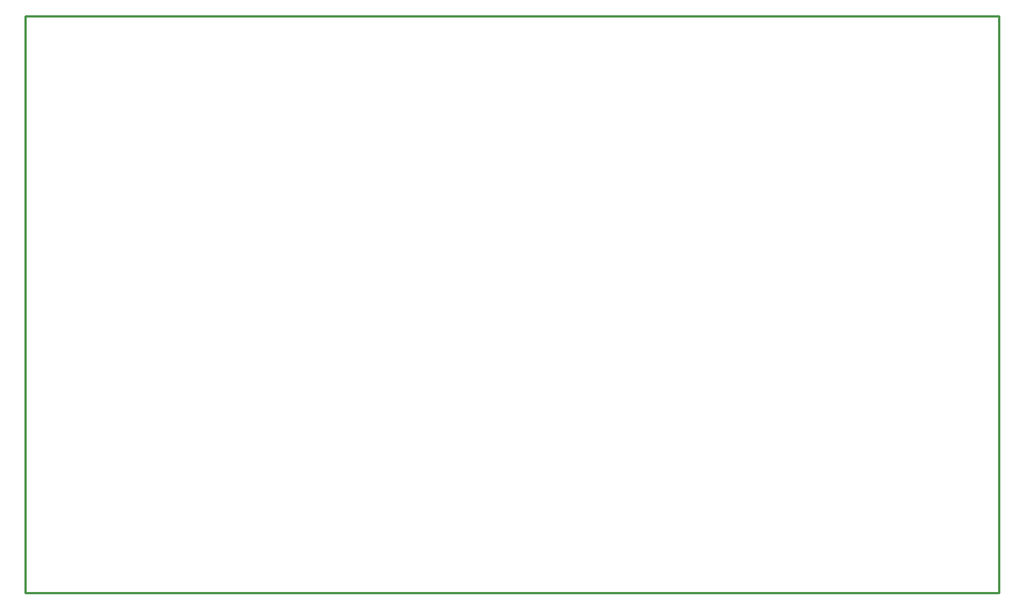
<source format=gm1>
G04 Layer_Color=16711935*
%FSLAX25Y25*%
%MOIN*%
G70*
G01*
G75*
%ADD20C,0.01000*%
D20*
X212598Y-125984D02*
Y125984D01*
X-212598Y-125984D02*
X212598D01*
X-212598D02*
Y125984D01*
X212598D01*
M02*

</source>
